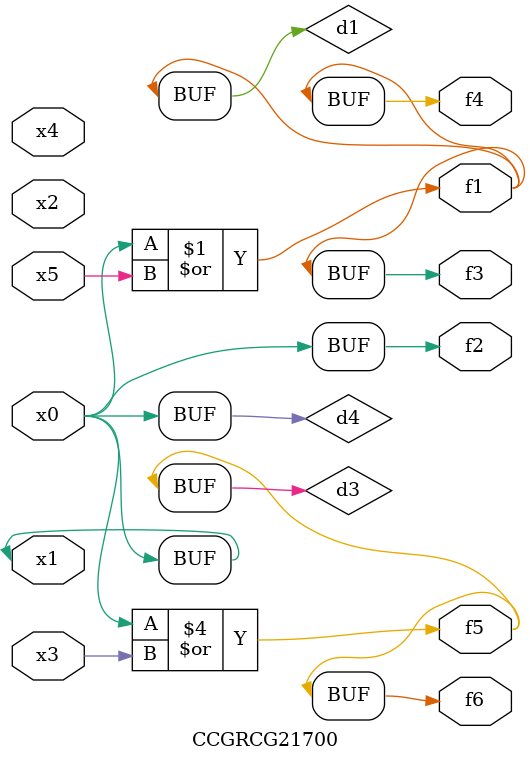
<source format=v>
module CCGRCG21700(
	input x0, x1, x2, x3, x4, x5,
	output f1, f2, f3, f4, f5, f6
);

	wire d1, d2, d3, d4;

	or (d1, x0, x5);
	xnor (d2, x1, x4);
	or (d3, x0, x3);
	buf (d4, x0, x1);
	assign f1 = d1;
	assign f2 = d4;
	assign f3 = d1;
	assign f4 = d1;
	assign f5 = d3;
	assign f6 = d3;
endmodule

</source>
